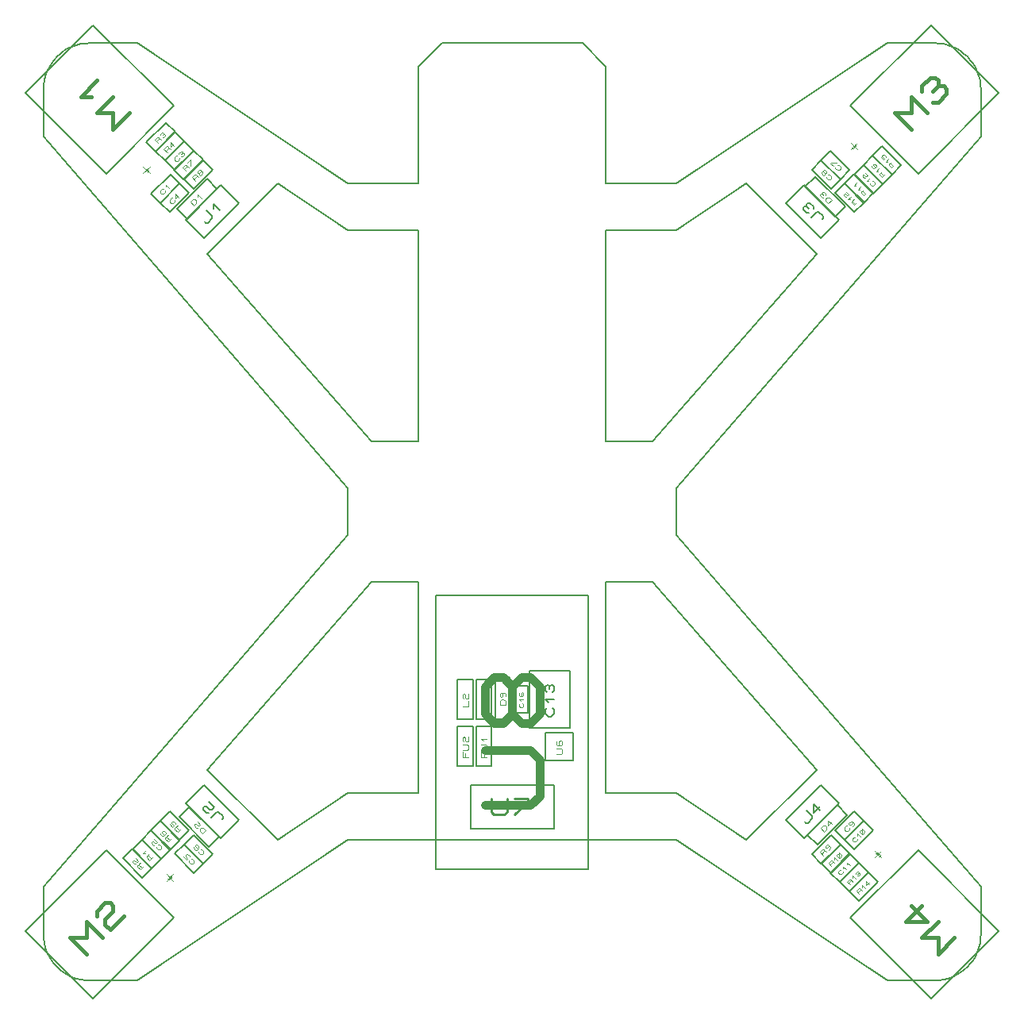
<source format=gbr>
G04 PROTEUS RS274X GERBER FILE*
%FSLAX45Y45*%
%MOMM*%
G01*
%ADD73C,0.203200*%
%ADD59C,0.406770*%
%ADD60C,0.085340*%
%ADD61C,0.050000*%
%ADD62C,0.035000*%
%ADD63C,0.091440*%
%ADD64C,0.072390*%
%ADD65C,0.164590*%
%ADD66C,0.279960*%
%ADD67C,0.098470*%
%ADD68C,0.153500*%
%ADD69C,0.100750*%
%ADD74C,0.972190*%
D73*
X-3607814Y-4329289D02*
X-4329289Y-3607814D01*
X-5192186Y-4470711D01*
X-4470711Y-5192186D01*
X-3607814Y-4329289D01*
D59*
X-4543816Y-4716395D02*
X-4716395Y-4543816D01*
X-4543817Y-4543816D01*
X-4543817Y-4371237D01*
X-4371237Y-4543816D01*
X-4428764Y-4313711D02*
X-4428764Y-4256185D01*
X-4342475Y-4169895D01*
X-4284949Y-4169895D01*
X-4256185Y-4198659D01*
X-4256185Y-4256185D01*
X-4342475Y-4342474D01*
X-4342475Y-4400000D01*
X-4284948Y-4457527D01*
X-4141132Y-4313711D01*
D73*
X-3854460Y-3399711D02*
X-3649711Y-3604460D01*
X-3549132Y-3503882D01*
X-3753882Y-3299132D01*
X-3854460Y-3399711D01*
D60*
X-3635414Y-3481969D02*
X-3671623Y-3518178D01*
X-3701796Y-3488005D01*
X-3701796Y-3475934D01*
X-3695761Y-3469900D01*
X-3683692Y-3469901D01*
X-3653519Y-3500074D01*
X-3683692Y-3469901D02*
X-3683692Y-3457830D01*
X-3671622Y-3445761D01*
X-3750074Y-3427656D02*
X-3750074Y-3439727D01*
X-3731970Y-3457831D01*
X-3719900Y-3457830D01*
X-3695762Y-3433692D01*
X-3695761Y-3421622D01*
X-3713865Y-3403518D01*
X-3725935Y-3403518D01*
X-3731970Y-3409552D01*
X-3731970Y-3421623D01*
X-3707831Y-3445761D01*
D61*
X-3685355Y-3864645D02*
X-3614645Y-3935355D01*
X-3614645Y-3864645D02*
X-3685355Y-3935355D01*
D62*
X-3677224Y-3912374D02*
X-3664850Y-3924748D01*
X-3659900Y-3924748D01*
X-3650000Y-3914849D01*
X-3650000Y-3909899D01*
X-3662375Y-3897525D01*
X-3652475Y-3892575D02*
X-3652475Y-3887625D01*
X-3645051Y-3880201D01*
X-3640101Y-3880201D01*
X-3637626Y-3882676D01*
X-3637626Y-3887625D01*
X-3632676Y-3887625D01*
X-3630201Y-3890100D01*
X-3630201Y-3895050D01*
X-3637626Y-3902475D01*
X-3642576Y-3902475D01*
X-3642576Y-3892575D02*
X-3637626Y-3887625D01*
D73*
X-3645540Y-3600289D02*
X-3850289Y-3395540D01*
X-3950868Y-3496118D01*
X-3746118Y-3700868D01*
X-3645540Y-3600289D01*
D60*
X-3774065Y-3548204D02*
X-3761995Y-3548204D01*
X-3743891Y-3566308D01*
X-3743892Y-3590447D01*
X-3755961Y-3602516D01*
X-3780100Y-3602517D01*
X-3798204Y-3584413D01*
X-3798204Y-3572342D01*
X-3816308Y-3554238D02*
X-3828378Y-3554239D01*
X-3846482Y-3536135D01*
X-3846482Y-3524064D01*
X-3840447Y-3518030D01*
X-3828378Y-3518031D01*
X-3810274Y-3536135D01*
X-3798204Y-3536134D01*
X-3786134Y-3524064D01*
X-3816308Y-3493891D01*
D73*
X-3445540Y-3400289D02*
X-3650289Y-3195540D01*
X-3750868Y-3296118D01*
X-3546118Y-3500868D01*
X-3445540Y-3400289D01*
D60*
X-3531822Y-3378377D02*
X-3568031Y-3414586D01*
X-3598204Y-3384413D01*
X-3598204Y-3372342D01*
X-3592169Y-3366308D01*
X-3580100Y-3366309D01*
X-3549927Y-3396482D01*
X-3580100Y-3366309D02*
X-3580100Y-3354238D01*
X-3568030Y-3342169D01*
X-3652517Y-3330100D02*
X-3622343Y-3360273D01*
X-3610274Y-3348204D01*
X-3634412Y-3324065D01*
X-3634413Y-3311996D01*
X-3622343Y-3299926D01*
X-3610273Y-3299926D01*
X-3592169Y-3318030D01*
X-3592170Y-3330100D01*
D73*
X-3845540Y-3800289D02*
X-4050289Y-3595540D01*
X-4150868Y-3696118D01*
X-3946118Y-3900868D01*
X-3845540Y-3800289D01*
D60*
X-3931822Y-3778377D02*
X-3968031Y-3814586D01*
X-3998204Y-3784413D01*
X-3998204Y-3772342D01*
X-3992169Y-3766308D01*
X-3980100Y-3766309D01*
X-3949927Y-3796482D01*
X-3980100Y-3766309D02*
X-3980100Y-3754238D01*
X-3968030Y-3742169D01*
X-4016308Y-3754238D02*
X-4028378Y-3754239D01*
X-4046482Y-3736135D01*
X-4046482Y-3724064D01*
X-4040447Y-3718030D01*
X-4028378Y-3718031D01*
X-4010274Y-3736135D01*
X-3998204Y-3736134D01*
X-3986134Y-3724064D01*
X-4016308Y-3693891D01*
D73*
X-3551158Y-3256605D02*
X-3234063Y-3573700D01*
X-3126300Y-3465937D01*
X-3443395Y-3148842D01*
X-3551158Y-3256605D01*
D63*
X-3267606Y-3393600D02*
X-3306400Y-3432394D01*
X-3332263Y-3406531D01*
X-3332263Y-3380668D01*
X-3319332Y-3367736D01*
X-3293469Y-3367736D01*
X-3267606Y-3393600D01*
X-3358126Y-3367737D02*
X-3371058Y-3367737D01*
X-3390455Y-3348339D01*
X-3390455Y-3335408D01*
X-3383989Y-3328942D01*
X-3371058Y-3328942D01*
X-3351660Y-3348339D01*
X-3338729Y-3348339D01*
X-3325797Y-3335408D01*
X-3358126Y-3303079D01*
D73*
X-3745540Y-3700289D02*
X-3950289Y-3495540D01*
X-4050868Y-3596118D01*
X-3846118Y-3800868D01*
X-3745540Y-3700289D01*
D60*
X-3831822Y-3678377D02*
X-3868031Y-3714586D01*
X-3898204Y-3684413D01*
X-3898204Y-3672342D01*
X-3892169Y-3666308D01*
X-3880100Y-3666309D01*
X-3849927Y-3696482D01*
X-3880100Y-3666309D02*
X-3880100Y-3654238D01*
X-3868030Y-3642169D01*
X-3916308Y-3642169D02*
X-3940447Y-3642169D01*
X-3904238Y-3605960D01*
D73*
X-3295540Y-3750289D02*
X-3500289Y-3545540D01*
X-3600868Y-3646118D01*
X-3396118Y-3850868D01*
X-3295540Y-3750289D01*
D60*
X-3424065Y-3698204D02*
X-3411995Y-3698204D01*
X-3393891Y-3716308D01*
X-3393892Y-3740447D01*
X-3405961Y-3752516D01*
X-3430100Y-3752517D01*
X-3448204Y-3734413D01*
X-3448204Y-3722342D01*
X-3502517Y-3680100D02*
X-3472343Y-3710273D01*
X-3460274Y-3698204D01*
X-3484412Y-3674065D01*
X-3484413Y-3661996D01*
X-3472343Y-3649926D01*
X-3460273Y-3649926D01*
X-3442169Y-3668030D01*
X-3442170Y-3680100D01*
D73*
X-3195540Y-3650289D02*
X-3400289Y-3445540D01*
X-3500868Y-3546118D01*
X-3296118Y-3750868D01*
X-3195540Y-3650289D01*
D60*
X-3324065Y-3598204D02*
X-3311995Y-3598204D01*
X-3293891Y-3616308D01*
X-3293892Y-3640447D01*
X-3305961Y-3652516D01*
X-3330100Y-3652517D01*
X-3348204Y-3634413D01*
X-3348204Y-3622342D01*
X-3396482Y-3574064D02*
X-3396482Y-3586135D01*
X-3378378Y-3604239D01*
X-3366308Y-3604238D01*
X-3342170Y-3580100D01*
X-3342169Y-3568030D01*
X-3360273Y-3549926D01*
X-3372343Y-3549926D01*
X-3378378Y-3555960D01*
X-3378378Y-3568031D01*
X-3354239Y-3592169D01*
D73*
X+4329289Y-3607814D02*
X+3607814Y-4329289D01*
X+4470711Y-5192186D01*
X+5192186Y-4470711D01*
X+4329289Y-3607814D01*
D59*
X+4716395Y-4543816D02*
X+4543816Y-4716395D01*
X+4543816Y-4543817D01*
X+4371237Y-4543817D01*
X+4543816Y-4371237D01*
X+4256185Y-4198659D02*
X+4428763Y-4371238D01*
X+4198658Y-4371238D01*
X+4371237Y-4198658D01*
D73*
X+3399711Y-3854460D02*
X+3604460Y-3649711D01*
X+3503882Y-3549132D01*
X+3299132Y-3753882D01*
X+3399711Y-3854460D01*
D64*
X+3405728Y-3778578D02*
X+3375015Y-3747865D01*
X+3400609Y-3722271D01*
X+3410846Y-3722271D01*
X+3415965Y-3727390D01*
X+3415965Y-3737628D01*
X+3390371Y-3763221D01*
X+3415965Y-3737628D02*
X+3426202Y-3737628D01*
X+3436440Y-3747865D01*
X+3436440Y-3706915D02*
X+3436440Y-3686440D01*
X+3467152Y-3717153D01*
X+3482509Y-3691559D02*
X+3462034Y-3671084D01*
X+3462034Y-3660846D01*
X+3482509Y-3640371D01*
X+3492746Y-3640371D01*
X+3513221Y-3660846D01*
X+3513221Y-3671084D01*
X+3492746Y-3691559D01*
X+3482509Y-3691559D01*
X+3487628Y-3696678D02*
X+3487628Y-3635253D01*
D61*
X+3864645Y-3685355D02*
X+3935355Y-3614645D01*
X+3864645Y-3614645D02*
X+3935355Y-3685355D01*
D62*
X+3912374Y-3677224D02*
X+3924748Y-3664850D01*
X+3924748Y-3659900D01*
X+3914849Y-3650000D01*
X+3909899Y-3650000D01*
X+3897525Y-3662375D01*
X+3877726Y-3642576D02*
X+3890100Y-3654950D01*
X+3895050Y-3650000D01*
X+3885150Y-3640101D01*
X+3885150Y-3635151D01*
X+3890100Y-3630201D01*
X+3895050Y-3630201D01*
X+3902475Y-3637626D01*
X+3902475Y-3642576D01*
D73*
X+3600289Y-3645540D02*
X+3395540Y-3850289D01*
X+3496118Y-3950868D01*
X+3700868Y-3746118D01*
X+3600289Y-3645540D01*
D64*
X+3527729Y-3839154D02*
X+3527729Y-3849392D01*
X+3512373Y-3864748D01*
X+3491898Y-3864748D01*
X+3481661Y-3854511D01*
X+3481661Y-3834036D01*
X+3497017Y-3818679D01*
X+3507254Y-3818679D01*
X+3532848Y-3803323D02*
X+3532848Y-3782848D01*
X+3563560Y-3813561D01*
X+3573798Y-3762373D02*
X+3573798Y-3741898D01*
X+3604510Y-3772611D01*
D73*
X+3400289Y-3445540D02*
X+3195540Y-3650289D01*
X+3296118Y-3750868D01*
X+3500868Y-3546118D01*
X+3400289Y-3445540D01*
D60*
X+3318031Y-3664586D02*
X+3281822Y-3628377D01*
X+3311995Y-3598204D01*
X+3324066Y-3598204D01*
X+3330100Y-3604239D01*
X+3330099Y-3616308D01*
X+3299926Y-3646481D01*
X+3330099Y-3616308D02*
X+3342170Y-3616308D01*
X+3354239Y-3628378D01*
X+3378378Y-3555961D02*
X+3378377Y-3568030D01*
X+3360273Y-3586134D01*
X+3348204Y-3586134D01*
X+3342170Y-3580100D01*
X+3342169Y-3568030D01*
X+3360273Y-3549926D01*
X+3372344Y-3549926D01*
X+3396482Y-3574065D01*
X+3396482Y-3586135D01*
X+3378378Y-3604239D01*
D73*
X+3800289Y-3845540D02*
X+3595540Y-4050289D01*
X+3696118Y-4150868D01*
X+3900868Y-3946118D01*
X+3800289Y-3845540D01*
D64*
X+3702136Y-4074986D02*
X+3671423Y-4044273D01*
X+3697017Y-4018679D01*
X+3707254Y-4018679D01*
X+3712373Y-4023798D01*
X+3712373Y-4034036D01*
X+3686779Y-4059629D01*
X+3712373Y-4034036D02*
X+3722610Y-4034036D01*
X+3732848Y-4044273D01*
X+3732848Y-4003323D02*
X+3732848Y-3982848D01*
X+3763560Y-4013561D01*
X+3804510Y-3952136D02*
X+3773798Y-3982848D01*
X+3773798Y-3941898D01*
X+3804510Y-3972611D01*
D73*
X+3256605Y-3551158D02*
X+3573700Y-3234063D01*
X+3465937Y-3126300D01*
X+3148842Y-3443395D01*
X+3256605Y-3551158D01*
D63*
X+3328942Y-3409852D02*
X+3290148Y-3371058D01*
X+3316011Y-3345195D01*
X+3341874Y-3345195D01*
X+3354806Y-3358126D01*
X+3354806Y-3383989D01*
X+3328942Y-3409852D01*
X+3406532Y-3306400D02*
X+3367737Y-3345195D01*
X+3367737Y-3293469D01*
X+3406532Y-3332263D01*
D73*
X+3700289Y-3745540D02*
X+3495540Y-3950289D01*
X+3596118Y-4050868D01*
X+3800868Y-3846118D01*
X+3700289Y-3745540D01*
D64*
X+3602136Y-3974986D02*
X+3571423Y-3944273D01*
X+3597017Y-3918679D01*
X+3607254Y-3918679D01*
X+3612373Y-3923798D01*
X+3612373Y-3934036D01*
X+3586779Y-3959629D01*
X+3612373Y-3934036D02*
X+3622610Y-3934036D01*
X+3632848Y-3944273D01*
X+3632848Y-3903323D02*
X+3632848Y-3882848D01*
X+3663560Y-3913561D01*
X+3663561Y-3862373D02*
X+3663561Y-3852136D01*
X+3678917Y-3836779D01*
X+3689154Y-3836779D01*
X+3694273Y-3841898D01*
X+3694273Y-3852136D01*
X+3704510Y-3852136D01*
X+3709629Y-3857254D01*
X+3709629Y-3867492D01*
X+3694273Y-3882848D01*
X+3684036Y-3882848D01*
X+3684036Y-3862373D02*
X+3694273Y-3852136D01*
D73*
X+3750289Y-3295540D02*
X+3545540Y-3500289D01*
X+3646118Y-3600868D01*
X+3850868Y-3396118D01*
X+3750289Y-3295540D01*
D64*
X+3677729Y-3489154D02*
X+3677729Y-3499392D01*
X+3662373Y-3514748D01*
X+3641898Y-3514748D01*
X+3631661Y-3504511D01*
X+3631661Y-3484036D01*
X+3647017Y-3468679D01*
X+3657254Y-3468679D01*
X+3682848Y-3453323D02*
X+3682848Y-3432848D01*
X+3713560Y-3463561D01*
X+3728917Y-3437967D02*
X+3708442Y-3417492D01*
X+3708442Y-3407254D01*
X+3728917Y-3386779D01*
X+3739154Y-3386779D01*
X+3759629Y-3407254D01*
X+3759629Y-3417492D01*
X+3739154Y-3437967D01*
X+3728917Y-3437967D01*
X+3734036Y-3443086D02*
X+3734036Y-3381661D01*
D73*
X+3650289Y-3195540D02*
X+3445540Y-3400289D01*
X+3546118Y-3500868D01*
X+3750868Y-3296118D01*
X+3650289Y-3195540D01*
D60*
X+3598204Y-3372343D02*
X+3598204Y-3384413D01*
X+3580100Y-3402517D01*
X+3555961Y-3402516D01*
X+3543892Y-3390447D01*
X+3543891Y-3366308D01*
X+3561995Y-3348204D01*
X+3574066Y-3348204D01*
X+3628378Y-3305961D02*
X+3628377Y-3318030D01*
X+3610273Y-3336134D01*
X+3598204Y-3336134D01*
X+3592170Y-3330100D01*
X+3592169Y-3318030D01*
X+3610273Y-3299926D01*
X+3622344Y-3299926D01*
X+3646482Y-3324065D01*
X+3646482Y-3336135D01*
X+3628378Y-3354239D01*
D73*
X+3607814Y+4329289D02*
X+4329289Y+3607814D01*
X+5192186Y+4470711D01*
X+4470711Y+5192186D01*
X+3607814Y+4329289D01*
D59*
X+4256184Y+4083605D02*
X+4083605Y+4256184D01*
X+4256183Y+4256184D01*
X+4256183Y+4428763D01*
X+4428763Y+4256184D01*
X+4371236Y+4486289D02*
X+4371236Y+4543815D01*
X+4457525Y+4630105D01*
X+4515051Y+4630105D01*
X+4543815Y+4601341D01*
X+4543815Y+4543815D01*
X+4601341Y+4543815D01*
X+4630105Y+4515052D01*
X+4630105Y+4457526D01*
X+4543815Y+4371236D01*
X+4486289Y+4371236D01*
X+4486288Y+4486289D02*
X+4543815Y+4543815D01*
D73*
X+3854460Y+3399711D02*
X+3649711Y+3604460D01*
X+3549132Y+3503882D01*
X+3753882Y+3299132D01*
X+3854460Y+3399711D01*
D64*
X+3778578Y+3405728D02*
X+3747865Y+3375015D01*
X+3722271Y+3400609D01*
X+3722271Y+3410846D01*
X+3727390Y+3415965D01*
X+3737628Y+3415965D01*
X+3763221Y+3390371D01*
X+3737628Y+3415965D02*
X+3737628Y+3426202D01*
X+3747865Y+3436440D01*
X+3706915Y+3436440D02*
X+3686440Y+3436440D01*
X+3717153Y+3467152D01*
X+3665965Y+3477390D02*
X+3645490Y+3477390D01*
X+3676203Y+3508102D01*
D61*
X+3685355Y+3864645D02*
X+3614645Y+3935355D01*
X+3614645Y+3864645D02*
X+3685355Y+3935355D01*
D62*
X+3622776Y+3887626D02*
X+3635150Y+3875252D01*
X+3640100Y+3875252D01*
X+3650000Y+3885151D01*
X+3650000Y+3890101D01*
X+3637625Y+3902475D01*
X+3667324Y+3912375D02*
X+3652475Y+3897525D01*
X+3652475Y+3917324D01*
X+3667324Y+3902475D01*
D73*
X+3645540Y+3600289D02*
X+3850289Y+3395540D01*
X+3950868Y+3496118D01*
X+3746118Y+3700868D01*
X+3645540Y+3600289D01*
D64*
X+3839154Y+3527729D02*
X+3849392Y+3527729D01*
X+3864748Y+3512373D01*
X+3864748Y+3491898D01*
X+3854511Y+3481661D01*
X+3834036Y+3481661D01*
X+3818679Y+3497017D01*
X+3818679Y+3507254D01*
X+3803323Y+3532848D02*
X+3782848Y+3532848D01*
X+3813561Y+3563560D01*
X+3762373Y+3563561D02*
X+3752136Y+3563561D01*
X+3736779Y+3578917D01*
X+3736779Y+3589154D01*
X+3741898Y+3594273D01*
X+3752136Y+3594273D01*
X+3767492Y+3578917D01*
X+3777729Y+3578917D01*
X+3787967Y+3589154D01*
X+3762373Y+3614748D01*
D73*
X+3445540Y+3400289D02*
X+3650289Y+3195540D01*
X+3750868Y+3296118D01*
X+3546118Y+3500868D01*
X+3445540Y+3400289D01*
D64*
X+3674986Y+3302136D02*
X+3644273Y+3271423D01*
X+3618679Y+3297017D01*
X+3618679Y+3307254D01*
X+3623798Y+3312373D01*
X+3634036Y+3312373D01*
X+3659629Y+3286779D01*
X+3634036Y+3312373D02*
X+3634036Y+3322610D01*
X+3644273Y+3332848D01*
X+3603323Y+3332848D02*
X+3582848Y+3332848D01*
X+3613561Y+3363560D01*
X+3562373Y+3363561D02*
X+3552136Y+3363561D01*
X+3536779Y+3378917D01*
X+3536779Y+3389154D01*
X+3541898Y+3394273D01*
X+3552136Y+3394273D01*
X+3567492Y+3378917D01*
X+3577729Y+3378917D01*
X+3587967Y+3389154D01*
X+3562373Y+3414748D01*
D73*
X+3845540Y+3800289D02*
X+4050289Y+3595540D01*
X+4150868Y+3696118D01*
X+3946118Y+3900868D01*
X+3845540Y+3800289D01*
D64*
X+4074986Y+3702136D02*
X+4044273Y+3671423D01*
X+4018679Y+3697017D01*
X+4018679Y+3707254D01*
X+4023798Y+3712373D01*
X+4034036Y+3712373D01*
X+4059629Y+3686779D01*
X+4034036Y+3712373D02*
X+4034036Y+3722610D01*
X+4044273Y+3732848D01*
X+4003323Y+3732848D02*
X+3982848Y+3732848D01*
X+4013561Y+3763560D01*
X+3931661Y+3784036D02*
X+3957254Y+3758442D01*
X+3967492Y+3768679D01*
X+3947017Y+3789154D01*
X+3947017Y+3799392D01*
X+3957254Y+3809629D01*
X+3967492Y+3809629D01*
X+3982848Y+3794273D01*
X+3982848Y+3784036D01*
D73*
X+3551158Y+3256605D02*
X+3234063Y+3573700D01*
X+3126300Y+3465937D01*
X+3443395Y+3148842D01*
X+3551158Y+3256605D01*
D63*
X+3409852Y+3328942D02*
X+3371058Y+3290148D01*
X+3345195Y+3316011D01*
X+3345195Y+3341874D01*
X+3358126Y+3354806D01*
X+3383989Y+3354806D01*
X+3409852Y+3328942D01*
X+3319332Y+3354805D02*
X+3306400Y+3354805D01*
X+3287003Y+3374203D01*
X+3287003Y+3387134D01*
X+3293469Y+3393600D01*
X+3306400Y+3393600D01*
X+3306400Y+3406532D01*
X+3312866Y+3412997D01*
X+3325798Y+3412997D01*
X+3345195Y+3393600D01*
X+3345195Y+3380668D01*
X+3319332Y+3380668D02*
X+3306400Y+3393600D01*
D73*
X+3745540Y+3700289D02*
X+3950289Y+3495540D01*
X+4050868Y+3596118D01*
X+3846118Y+3800868D01*
X+3745540Y+3700289D01*
D64*
X+3974986Y+3602136D02*
X+3944273Y+3571423D01*
X+3918679Y+3597017D01*
X+3918679Y+3607254D01*
X+3923798Y+3612373D01*
X+3934036Y+3612373D01*
X+3959629Y+3586779D01*
X+3934036Y+3612373D02*
X+3934036Y+3622610D01*
X+3944273Y+3632848D01*
X+3903323Y+3632848D02*
X+3882848Y+3632848D01*
X+3913561Y+3663560D01*
X+3836779Y+3689154D02*
X+3836779Y+3678917D01*
X+3852136Y+3663561D01*
X+3862373Y+3663561D01*
X+3882848Y+3684036D01*
X+3882848Y+3694273D01*
X+3867492Y+3709629D01*
X+3857254Y+3709629D01*
X+3852136Y+3704510D01*
X+3852136Y+3694273D01*
X+3872611Y+3673798D01*
D73*
X+3295540Y+3750289D02*
X+3500289Y+3545540D01*
X+3600868Y+3646118D01*
X+3396118Y+3850868D01*
X+3295540Y+3750289D01*
D60*
X+3472343Y+3698204D02*
X+3484413Y+3698204D01*
X+3502517Y+3680100D01*
X+3502516Y+3655961D01*
X+3490447Y+3643892D01*
X+3466308Y+3643891D01*
X+3448204Y+3661995D01*
X+3448204Y+3674066D01*
X+3424065Y+3686135D02*
X+3393891Y+3716308D01*
X+3399926Y+3722344D01*
X+3460274Y+3722344D01*
D73*
X+3195540Y+3650289D02*
X+3400289Y+3445540D01*
X+3500868Y+3546118D01*
X+3296118Y+3750868D01*
X+3195540Y+3650289D01*
D60*
X+3372343Y+3598204D02*
X+3384413Y+3598204D01*
X+3402517Y+3580100D01*
X+3402516Y+3555961D01*
X+3390447Y+3543892D01*
X+3366308Y+3543891D01*
X+3348204Y+3561995D01*
X+3348204Y+3574066D01*
X+3336134Y+3610273D02*
X+3336134Y+3598204D01*
X+3330100Y+3592170D01*
X+3318030Y+3592169D01*
X+3299926Y+3610273D01*
X+3299926Y+3622344D01*
X+3305961Y+3628378D01*
X+3318030Y+3628377D01*
X+3336134Y+3610273D01*
X+3348204Y+3610274D01*
X+3354238Y+3616308D01*
X+3354239Y+3628378D01*
X+3336135Y+3646482D01*
X+3324065Y+3646482D01*
X+3318030Y+3640448D01*
X+3318030Y+3628377D01*
D73*
X-4329289Y+3607814D02*
X-3607814Y+4329289D01*
X-4470711Y+5192186D01*
X-5192186Y+4470711D01*
X-4329289Y+3607814D01*
D59*
X-4083605Y+4256184D02*
X-4256184Y+4083605D01*
X-4256184Y+4256183D01*
X-4428763Y+4256183D01*
X-4256184Y+4428763D01*
X-4486289Y+4428762D02*
X-4601342Y+4428762D01*
X-4428763Y+4601342D01*
D73*
X-3399711Y+3854460D02*
X-3604460Y+3649711D01*
X-3503882Y+3549132D01*
X-3299132Y+3753882D01*
X-3399711Y+3854460D01*
D60*
X-3481969Y+3635414D02*
X-3518178Y+3671623D01*
X-3488005Y+3701796D01*
X-3475934Y+3701796D01*
X-3469900Y+3695761D01*
X-3469901Y+3683692D01*
X-3500074Y+3653519D01*
X-3469901Y+3683692D02*
X-3457830Y+3683692D01*
X-3445761Y+3671622D01*
X-3463865Y+3725935D02*
X-3433692Y+3756109D01*
X-3427656Y+3750074D01*
X-3427656Y+3689726D01*
D61*
X-3864645Y+3685355D02*
X-3935355Y+3614645D01*
X-3864645Y+3614645D02*
X-3935355Y+3685355D01*
D62*
X-3887626Y+3622776D02*
X-3875252Y+3635150D01*
X-3875252Y+3640100D01*
X-3885151Y+3650000D01*
X-3890101Y+3650000D01*
X-3902475Y+3637625D01*
X-3907425Y+3652475D02*
X-3917324Y+3652475D01*
X-3902475Y+3667324D01*
D73*
X-3600289Y+3645540D02*
X-3395540Y+3850289D01*
X-3496118Y+3950868D01*
X-3700868Y+3746118D01*
X-3600289Y+3645540D01*
D60*
X-3548204Y+3774065D02*
X-3548204Y+3761995D01*
X-3566308Y+3743891D01*
X-3590447Y+3743892D01*
X-3602516Y+3755961D01*
X-3602517Y+3780100D01*
X-3584413Y+3798204D01*
X-3572342Y+3798204D01*
X-3554238Y+3816308D02*
X-3554239Y+3828378D01*
X-3536135Y+3846482D01*
X-3524064Y+3846482D01*
X-3518030Y+3840447D01*
X-3518031Y+3828378D01*
X-3505960Y+3828378D01*
X-3499926Y+3822343D01*
X-3499926Y+3810273D01*
X-3518030Y+3792169D01*
X-3530100Y+3792170D01*
X-3530100Y+3816309D02*
X-3518031Y+3828378D01*
D73*
X-3400289Y+3445540D02*
X-3195540Y+3650289D01*
X-3296118Y+3750868D01*
X-3500868Y+3546118D01*
X-3400289Y+3445540D01*
D60*
X-3378377Y+3531822D02*
X-3414586Y+3568031D01*
X-3384413Y+3598204D01*
X-3372342Y+3598204D01*
X-3366308Y+3592169D01*
X-3366309Y+3580100D01*
X-3396482Y+3549927D01*
X-3366309Y+3580100D02*
X-3354238Y+3580100D01*
X-3342169Y+3568030D01*
X-3336135Y+3610274D02*
X-3348204Y+3610274D01*
X-3354238Y+3616308D01*
X-3354239Y+3628378D01*
X-3336135Y+3646482D01*
X-3324064Y+3646482D01*
X-3318030Y+3640447D01*
X-3318031Y+3628378D01*
X-3336135Y+3610274D01*
X-3336134Y+3598204D01*
X-3330100Y+3592170D01*
X-3318030Y+3592169D01*
X-3299926Y+3610273D01*
X-3299926Y+3622343D01*
X-3305960Y+3628378D01*
X-3318031Y+3628378D01*
D73*
X-3800289Y+3845540D02*
X-3595540Y+4050289D01*
X-3696118Y+4150868D01*
X-3900868Y+3946118D01*
X-3800289Y+3845540D01*
D60*
X-3778377Y+3931822D02*
X-3814586Y+3968031D01*
X-3784413Y+3998204D01*
X-3772342Y+3998204D01*
X-3766308Y+3992169D01*
X-3766309Y+3980100D01*
X-3796482Y+3949927D01*
X-3766309Y+3980100D02*
X-3754238Y+3980100D01*
X-3742169Y+3968030D01*
X-3754238Y+4016308D02*
X-3754239Y+4028378D01*
X-3736135Y+4046482D01*
X-3724064Y+4046482D01*
X-3718030Y+4040447D01*
X-3718031Y+4028378D01*
X-3705960Y+4028378D01*
X-3699926Y+4022343D01*
X-3699926Y+4010273D01*
X-3718030Y+3992169D01*
X-3730100Y+3992170D01*
X-3730100Y+4016309D02*
X-3718031Y+4028378D01*
D73*
X-3256605Y+3551158D02*
X-3573700Y+3234063D01*
X-3465937Y+3126300D01*
X-3148842Y+3443395D01*
X-3256605Y+3551158D01*
D63*
X-3393600Y+3267606D02*
X-3432394Y+3306400D01*
X-3406531Y+3332263D01*
X-3380668Y+3332263D01*
X-3367736Y+3319332D01*
X-3367736Y+3293469D01*
X-3393600Y+3267606D01*
X-3354805Y+3358126D02*
X-3354805Y+3383989D01*
X-3316010Y+3345195D01*
D73*
X-3700289Y+3745540D02*
X-3495540Y+3950289D01*
X-3596118Y+4050868D01*
X-3800868Y+3846118D01*
X-3700289Y+3745540D01*
D60*
X-3678377Y+3831822D02*
X-3714586Y+3868031D01*
X-3684413Y+3898204D01*
X-3672342Y+3898204D01*
X-3666308Y+3892169D01*
X-3666309Y+3880100D01*
X-3696482Y+3849927D01*
X-3666309Y+3880100D02*
X-3654238Y+3880100D01*
X-3642169Y+3868030D01*
X-3605960Y+3928378D02*
X-3642169Y+3892170D01*
X-3642169Y+3940447D01*
X-3605960Y+3904238D01*
D73*
X-3750289Y+3295540D02*
X-3545540Y+3500289D01*
X-3646118Y+3600868D01*
X-3850868Y+3396118D01*
X-3750289Y+3295540D01*
D60*
X-3698204Y+3424065D02*
X-3698204Y+3411995D01*
X-3716308Y+3393891D01*
X-3740447Y+3393892D01*
X-3752516Y+3405961D01*
X-3752517Y+3430100D01*
X-3734413Y+3448204D01*
X-3722342Y+3448204D01*
X-3692169Y+3466308D02*
X-3692169Y+3490447D01*
X-3655960Y+3454238D01*
D73*
X-3650289Y+3195540D02*
X-3445540Y+3400289D01*
X-3546118Y+3500868D01*
X-3750868Y+3296118D01*
X-3650289Y+3195540D01*
D60*
X-3598204Y+3324065D02*
X-3598204Y+3311995D01*
X-3616308Y+3293891D01*
X-3640447Y+3293892D01*
X-3652516Y+3305961D01*
X-3652517Y+3330100D01*
X-3634413Y+3348204D01*
X-3622342Y+3348204D01*
X-3555960Y+3378378D02*
X-3592169Y+3342170D01*
X-3592169Y+3390447D01*
X-3555960Y+3354238D01*
D73*
X-4000000Y-5000000D02*
X-4500000Y-5000000D01*
X-4551964Y-4997475D01*
X-4602234Y-4990051D01*
X-4650581Y-4977959D01*
X-4696777Y-4961426D01*
X-4740593Y-4940681D01*
X-4781799Y-4915955D01*
X-4820168Y-4887474D01*
X-4855469Y-4855469D01*
X-4887474Y-4820168D01*
X-4915955Y-4781799D01*
X-4940682Y-4740593D01*
X-4961426Y-4696777D01*
X-4977959Y-4650581D01*
X-4990051Y-4602234D01*
X-4997475Y-4551964D01*
X-5000000Y-4500000D01*
X-5000000Y-4000000D01*
X-1750000Y-250000D01*
X-1750000Y+250000D01*
X-5000000Y+4000000D01*
X-5000000Y+4500000D01*
X-4997475Y+4551964D01*
X-4990051Y+4602234D01*
X-4977959Y+4650581D01*
X-4961426Y+4696777D01*
X-4940682Y+4740593D01*
X-4915955Y+4781799D01*
X-4887474Y+4820168D01*
X-4855469Y+4855469D01*
X-4820168Y+4887474D01*
X-4781799Y+4915955D01*
X-4740593Y+4940681D01*
X-4696777Y+4961426D01*
X-4650581Y+4977959D01*
X-4602234Y+4990051D01*
X-4551964Y+4997475D01*
X-4500000Y+5000000D01*
X-4000000Y+5000000D01*
X-1750000Y+3500000D01*
X-1000000Y+3500000D01*
X-1000000Y+4750000D01*
X-750000Y+5000000D01*
X+750000Y+5000000D01*
X+1000000Y+4750000D01*
X+1000000Y+3500000D01*
X+1750000Y+3500000D01*
X+4000000Y+5000000D01*
X+4500000Y+5000000D01*
X+4551964Y+4997475D01*
X+4602234Y+4990051D01*
X+4650581Y+4977959D01*
X+4696777Y+4961426D01*
X+4740593Y+4940681D01*
X+4781799Y+4915955D01*
X+4820168Y+4887474D01*
X+4855469Y+4855469D01*
X+4887474Y+4820168D01*
X+4915955Y+4781799D01*
X+4940682Y+4740593D01*
X+4961426Y+4696777D01*
X+4977959Y+4650581D01*
X+4990051Y+4602234D01*
X+4997475Y+4551964D01*
X+5000000Y+4500000D01*
X+5000000Y+4000000D01*
X+1750000Y+250000D01*
X+1750000Y-250000D01*
X+5000000Y-4000000D01*
X+5000000Y-4500000D01*
X+4997475Y-4551964D01*
X+4990051Y-4602234D01*
X+4977959Y-4650581D01*
X+4961426Y-4696777D01*
X+4940682Y-4740593D01*
X+4915955Y-4781799D01*
X+4887474Y-4820168D01*
X+4855469Y-4855469D01*
X+4820168Y-4887474D01*
X+4781799Y-4915955D01*
X+4740593Y-4940681D01*
X+4696777Y-4961426D01*
X+4650581Y-4977959D01*
X+4602234Y-4990051D01*
X+4551964Y-4997475D01*
X+4500000Y-5000000D01*
X+4000000Y-5000000D01*
X+1750000Y-3500000D01*
X-1750000Y-3500000D01*
X-4000000Y-5000000D01*
X+3110197Y-3483776D02*
X+3483776Y-3110197D01*
X+3289803Y-2916224D01*
X+2916224Y-3289803D01*
X+3110197Y-3483776D01*
D65*
X+3118532Y-3304746D02*
X+3130170Y-3316384D01*
X+3153447Y-3316384D01*
X+3200000Y-3269831D01*
X+3200000Y-3246555D01*
X+3141808Y-3188363D01*
X+3281469Y-3141809D02*
X+3211639Y-3211639D01*
X+3211638Y-3118532D01*
X+3281469Y-3188362D01*
D73*
X+3483776Y+3110197D02*
X+3110197Y+3483776D01*
X+2916224Y+3289803D01*
X+3289803Y+2916224D01*
X+3483776Y+3110197D01*
D65*
X+3304746Y+3118532D02*
X+3316384Y+3130170D01*
X+3316384Y+3153447D01*
X+3269831Y+3200000D01*
X+3246555Y+3200000D01*
X+3188363Y+3141808D01*
X+3165085Y+3188362D02*
X+3141809Y+3188362D01*
X+3106894Y+3223276D01*
X+3106894Y+3246553D01*
X+3118532Y+3258191D01*
X+3141809Y+3258191D01*
X+3141809Y+3281469D01*
X+3153448Y+3293107D01*
X+3176724Y+3293107D01*
X+3211639Y+3258192D01*
X+3211639Y+3234915D01*
X+3165085Y+3234915D02*
X+3141809Y+3258191D01*
D73*
X-3483776Y-3110197D02*
X-3110197Y-3483776D01*
X-2916224Y-3289803D01*
X-3289803Y-2916224D01*
X-3483776Y-3110197D01*
D65*
X-3095254Y-3281468D02*
X-3083616Y-3269830D01*
X-3083616Y-3246553D01*
X-3130169Y-3200000D01*
X-3153445Y-3200000D01*
X-3211637Y-3258192D01*
X-3234915Y-3211638D02*
X-3258191Y-3211638D01*
X-3293106Y-3176724D01*
X-3293106Y-3153447D01*
X-3281468Y-3141809D01*
X-3258191Y-3141809D01*
X-3223277Y-3176724D01*
X-3199999Y-3176723D01*
X-3176723Y-3153446D01*
X-3234914Y-3095255D01*
D73*
X-3110197Y+3483776D02*
X-3483776Y+3110197D01*
X-3289803Y+2916224D01*
X-2916224Y+3289803D01*
X-3110197Y+3483776D01*
D65*
X-3281468Y+3095254D02*
X-3269830Y+3083616D01*
X-3246553Y+3083616D01*
X-3200000Y+3130169D01*
X-3200000Y+3153445D01*
X-3258192Y+3211637D01*
X-3188362Y+3234915D02*
X-3188362Y+3281468D01*
X-3118531Y+3211638D01*
D73*
X-445000Y-3377700D02*
X+445000Y-3377700D01*
X+445000Y-2911100D01*
X-445000Y-2911100D01*
X-445000Y-3377700D01*
D66*
X-223968Y-3060412D02*
X-223968Y-3200392D01*
X-195972Y-3228388D01*
X-83988Y-3228388D01*
X-55992Y-3200392D01*
X-55992Y-3060412D01*
X+27996Y-3060412D02*
X+167976Y-3060412D01*
X+167976Y-3088408D01*
X+27996Y-3228388D01*
D73*
X-382060Y-2708280D02*
X-217940Y-2708280D01*
X-217940Y-2291720D01*
X-382060Y-2291720D01*
X-382060Y-2708280D01*
D67*
X-270458Y-2618165D02*
X-329541Y-2618165D01*
X-329541Y-2559083D01*
X-300000Y-2618165D02*
X-300000Y-2578777D01*
X-329541Y-2539388D02*
X-280305Y-2539388D01*
X-270458Y-2529541D01*
X-270458Y-2490153D01*
X-280305Y-2480306D01*
X-329541Y-2480306D01*
X-309847Y-2440917D02*
X-329541Y-2421223D01*
X-270458Y-2421223D01*
D73*
X-382060Y-2208280D02*
X-217940Y-2208280D01*
X-217940Y-1791720D01*
X-382060Y-1791720D01*
X-382060Y-2208280D01*
D67*
X-329541Y-2078777D02*
X-270458Y-2078777D01*
X-270458Y-2019695D01*
X-309847Y-1980306D02*
X-329541Y-1960612D01*
X-270458Y-1960612D01*
D73*
X-582060Y-2208280D02*
X-417940Y-2208280D01*
X-417940Y-1791720D01*
X-582060Y-1791720D01*
X-582060Y-2208280D01*
D67*
X-529541Y-2078777D02*
X-470458Y-2078777D01*
X-470458Y-2019695D01*
X-519694Y-1990153D02*
X-529541Y-1980306D01*
X-529541Y-1950765D01*
X-519694Y-1940918D01*
X-509847Y-1940918D01*
X-500000Y-1950765D01*
X-500000Y-1980306D01*
X-490152Y-1990153D01*
X-470458Y-1990153D01*
X-470458Y-1940918D01*
D73*
X-582060Y-2708280D02*
X-417940Y-2708280D01*
X-417940Y-2291720D01*
X-582060Y-2291720D01*
X-582060Y-2708280D01*
D67*
X-470458Y-2618165D02*
X-529541Y-2618165D01*
X-529541Y-2559083D01*
X-500000Y-2618165D02*
X-500000Y-2578777D01*
X-529541Y-2539388D02*
X-480305Y-2539388D01*
X-470458Y-2529541D01*
X-470458Y-2490153D01*
X-480305Y-2480306D01*
X-529541Y-2480306D01*
X-519694Y-2450764D02*
X-529541Y-2440917D01*
X-529541Y-2411376D01*
X-519694Y-2401529D01*
X-509847Y-2401529D01*
X-500000Y-2411376D01*
X-500000Y-2440917D01*
X-490152Y-2450764D01*
X-470458Y-2450764D01*
X-470458Y-2401529D01*
D73*
X-176200Y-2208280D02*
X-23800Y-2208280D01*
X-23800Y-1759840D01*
X-176200Y-1759840D01*
X-176200Y-2208280D01*
D63*
X-72568Y-2057212D02*
X-127432Y-2057212D01*
X-127432Y-2020636D01*
X-109144Y-2002348D01*
X-90856Y-2002348D01*
X-72568Y-2020636D01*
X-72568Y-2057212D01*
X-109144Y-1929196D02*
X-100000Y-1938340D01*
X-100000Y-1965772D01*
X-109144Y-1974916D01*
X-118288Y-1974916D01*
X-127432Y-1965772D01*
X-127432Y-1938340D01*
X-118288Y-1929196D01*
X-81712Y-1929196D01*
X-72568Y-1938340D01*
X-72568Y-1965772D01*
D73*
X+26340Y-2144780D02*
X+168580Y-2144780D01*
X+168580Y-1855220D01*
X+26340Y-1855220D01*
X+26340Y-2144780D01*
D64*
X+111938Y-2043434D02*
X+119177Y-2050673D01*
X+119177Y-2072390D01*
X+104699Y-2086868D01*
X+90221Y-2086868D01*
X+75743Y-2072390D01*
X+75743Y-2050673D01*
X+82982Y-2043434D01*
X+90221Y-2014478D02*
X+75743Y-2000000D01*
X+119177Y-2000000D01*
X+82982Y-1927610D02*
X+75743Y-1934849D01*
X+75743Y-1956566D01*
X+82982Y-1963805D01*
X+111938Y-1963805D01*
X+119177Y-1956566D01*
X+119177Y-1934849D01*
X+111938Y-1927610D01*
X+104699Y-1927610D01*
X+97460Y-1934849D01*
X+97460Y-1963805D01*
D73*
X+186640Y-2307000D02*
X+613360Y-2307000D01*
X+613360Y-1693000D01*
X+186640Y-1693000D01*
X+186640Y-2307000D01*
D68*
X+430700Y-2092100D02*
X+446050Y-2107450D01*
X+446050Y-2153500D01*
X+415350Y-2184200D01*
X+384650Y-2184200D01*
X+353950Y-2153500D01*
X+353950Y-2107450D01*
X+369300Y-2092100D01*
X+384650Y-2030700D02*
X+353950Y-2000000D01*
X+446050Y-2000000D01*
X+369300Y-1923250D02*
X+353950Y-1907900D01*
X+353950Y-1861850D01*
X+369300Y-1846500D01*
X+384650Y-1846500D01*
X+400000Y-1861850D01*
X+415350Y-1846500D01*
X+430700Y-1846500D01*
X+446050Y-1861850D01*
X+446050Y-1907900D01*
X+430700Y-1923250D01*
X+400000Y-1892550D02*
X+400000Y-1861850D01*
D73*
X+351410Y-2653670D02*
X+651130Y-2653670D01*
X+651130Y-2351410D01*
X+351410Y-2351410D01*
X+351410Y-2653670D01*
D69*
X+471044Y-2583142D02*
X+521421Y-2583142D01*
X+531496Y-2573067D01*
X+531496Y-2532766D01*
X+521421Y-2522691D01*
X+471044Y-2522691D01*
X+481119Y-2442089D02*
X+471044Y-2452164D01*
X+471044Y-2482390D01*
X+481119Y-2492465D01*
X+521421Y-2492465D01*
X+531496Y-2482390D01*
X+531496Y-2452164D01*
X+521421Y-2442089D01*
X+511345Y-2442089D01*
X+501270Y-2452164D01*
X+501270Y-2492465D01*
D73*
X-3250000Y-2750000D02*
X-2500000Y-3500000D01*
X-1750000Y-3000000D01*
X-1000000Y-3000000D01*
X-1000000Y-750000D01*
X-1500000Y-750000D01*
X-3250000Y-2750000D01*
X+3250000Y-2750000D02*
X+2500000Y-3500000D01*
X+1750000Y-3000000D01*
X+1000000Y-3000000D01*
X+1000000Y-750000D01*
X+1500000Y-750000D01*
X+3250000Y-2750000D01*
X+3250000Y+2750000D02*
X+2500000Y+3500000D01*
X+1750000Y+3000000D01*
X+1000000Y+3000000D01*
X+1000000Y+750000D01*
X+1500000Y+750000D01*
X+3250000Y+2750000D01*
X-3250000Y+2750000D02*
X-2500000Y+3500000D01*
X-1750000Y+3000000D01*
X-1000000Y+3000000D01*
X-1000000Y+750000D01*
X-1500000Y+750000D01*
X-3250000Y+2750000D01*
X-810160Y-3810160D02*
X+810160Y-3810160D01*
X+810160Y-889840D01*
X-810160Y-889840D01*
X-810160Y-3810160D01*
D74*
X-291657Y-3127753D02*
X+194439Y-3127753D01*
X+291658Y-3030534D01*
X+291658Y-2641658D01*
X+194439Y-2544439D01*
X-291657Y-2544439D01*
X+0Y-2155562D02*
X-97219Y-2252781D01*
X-194438Y-2252781D01*
X-291657Y-2155562D01*
X-291657Y-1863905D01*
X-194438Y-1766686D01*
X-97219Y-1766686D01*
X+0Y-1863905D01*
X+0Y-2155562D01*
X+97220Y-2252781D01*
X+194439Y-2252781D01*
X+291658Y-2155562D01*
X+291658Y-1863905D01*
X+194439Y-1766686D01*
X+97220Y-1766686D01*
X+0Y-1863905D01*
M02*

</source>
